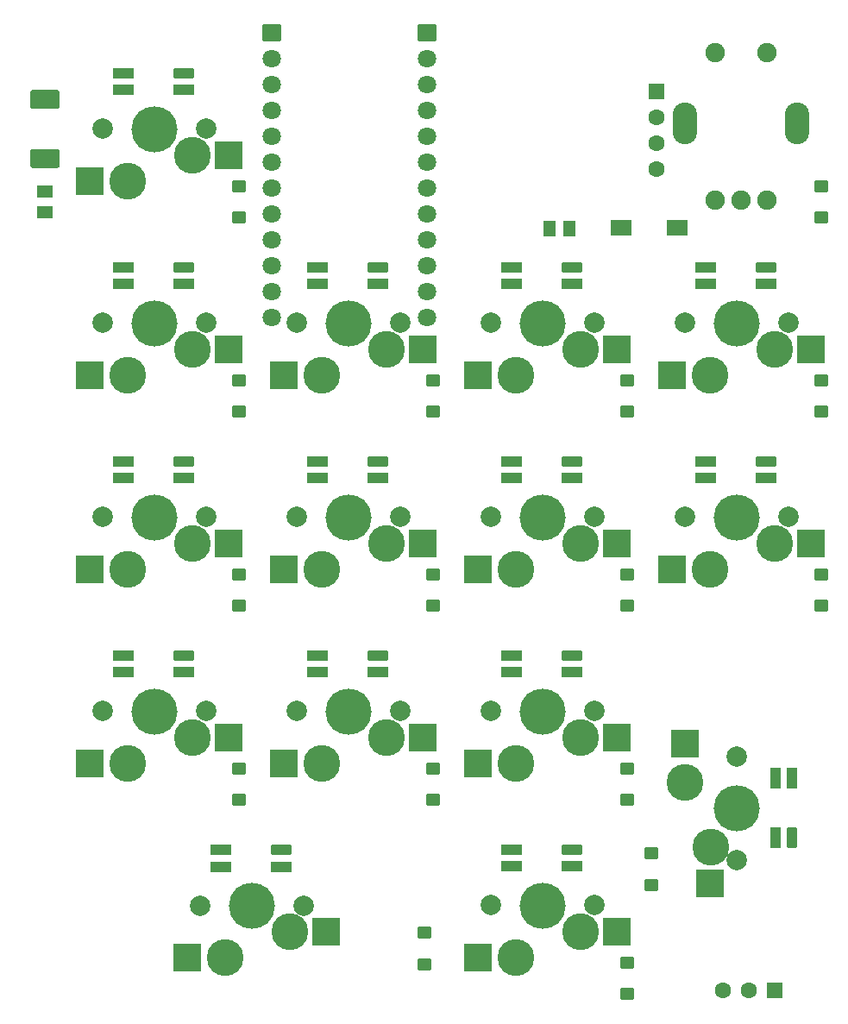
<source format=gbs>
G04 Layer: BottomSolderMaskLayer*
G04 EasyEDA v6.5.48, 2025-01-23 00:24:19*
G04 679677d7e51945128001c62092012e12,98668e1c1e3843b3a942620e40044077,10*
G04 Gerber Generator version 0.2*
G04 Scale: 100 percent, Rotated: No, Reflected: No *
G04 Dimensions in inches *
G04 leading zeros omitted , absolute positions ,3 integer and 6 decimal *
%FSLAX36Y36*%
%MOIN*%

%AMMACRO1*4,1,8,-0.0402,-0.0296,-0.0414,-0.0284,-0.0414,0.0284,-0.0402,0.0296,0.0402,0.0296,0.0414,0.0284,0.0414,-0.0284,0.0402,-0.0296,-0.0402,-0.0296,0*%
%AMMACRO2*4,1,8,-0.0231,-0.0291,-0.0243,-0.0279,-0.0243,0.0279,-0.0231,0.0291,0.0231,0.0291,0.0243,0.0279,0.0243,-0.0279,0.0231,-0.0291,-0.0231,-0.0291,0*%
%AMMACRO3*4,1,8,-0.0279,-0.0243,-0.0291,-0.0231,-0.0291,0.0231,-0.0279,0.0243,0.0279,0.0243,0.0291,0.0231,0.0291,-0.0231,0.0279,-0.0243,-0.0279,-0.0243,0*%
%AMMACRO4*4,1,8,-0.0245,-0.0217,-0.0256,-0.0205,-0.0256,0.0205,-0.0245,0.0217,0.0245,0.0217,0.0256,0.0205,0.0256,-0.0205,0.0245,-0.0217,-0.0245,-0.0217,0*%
%AMMACRO5*4,1,8,-0.0245,-0.0217,-0.0256,-0.0205,-0.0256,0.0205,-0.0245,0.0217,0.0244,0.0217,0.0256,0.0205,0.0256,-0.0205,0.0244,-0.0217,-0.0245,-0.0217,0*%
%AMMACRO6*4,1,8,-0.0303,-0.0315,-0.0315,-0.0303,-0.0315,0.0303,-0.0303,0.0315,0.0303,0.0315,0.0315,0.0303,0.0315,-0.0303,0.0303,-0.0315,-0.0303,-0.0315,0*%
%AMMACRO7*4,1,8,-0.0519,-0.0532,-0.0542,-0.0509,-0.0542,0.0509,-0.0519,0.0532,0.0519,0.0532,0.0542,0.0509,0.0542,-0.0509,0.0519,-0.0532,-0.0519,-0.0532,0*%
%AMMACRO8*4,1,8,-0.0371,-0.0188,-0.0394,-0.0164,-0.0394,0.0164,-0.0371,0.0188,0.0371,0.0188,0.0394,0.0164,0.0394,-0.0164,0.0371,-0.0188,-0.0371,-0.0188,0*%
%AMMACRO9*4,1,8,-0.0371,-0.0201,-0.0394,-0.0178,-0.0394,0.0178,-0.0371,0.0201,0.0371,0.0201,0.0394,0.0178,0.0394,-0.0178,0.0371,-0.0201,-0.0371,-0.0201,0*%
%AMMACRO10*4,1,8,-0.0509,-0.0542,-0.0532,-0.0519,-0.0532,0.0519,-0.0509,0.0542,0.0509,0.0542,0.0532,0.0519,0.0532,-0.0519,0.0509,-0.0542,-0.0509,-0.0542,0*%
%AMMACRO11*4,1,8,-0.0164,-0.0394,-0.0188,-0.0371,-0.0188,0.0371,-0.0164,0.0394,0.0164,0.0394,0.0188,0.0371,0.0188,-0.0371,0.0164,-0.0394,-0.0164,-0.0394,0*%
%AMMACRO12*4,1,8,-0.0178,-0.0394,-0.0201,-0.0371,-0.0201,0.0371,-0.0178,0.0394,0.0178,0.0394,0.0201,0.0371,0.0201,-0.0371,0.0178,-0.0394,-0.0178,-0.0394,0*%
%AMMACRO13*4,1,8,-0.0304,-0.0315,-0.0315,-0.0304,-0.0315,0.0304,-0.0304,0.0315,0.0304,0.0315,0.0315,0.0304,0.0315,-0.0304,0.0304,-0.0315,-0.0304,-0.0315,0*%
%AMMACRO14*4,1,8,-0.0343,-0.032,-0.0355,-0.0308,-0.0355,0.0308,-0.0343,0.032,0.0343,0.032,0.0355,0.0308,0.0355,-0.0308,0.0343,-0.032,-0.0343,-0.032,0*%
%ADD10MACRO1*%
%ADD11MACRO2*%
%ADD12MACRO3*%
%ADD13MACRO4*%
%ADD14MACRO5*%
%ADD15MACRO6*%
%ADD16C,0.0630*%
%ADD17MACRO7*%
%ADD18C,0.1419*%
%ADD19C,0.1780*%
%ADD20C,0.0787*%
%ADD21MACRO8*%
%ADD22MACRO9*%
%ADD23MACRO10*%
%ADD24MACRO11*%
%ADD25MACRO12*%
%ADD26MACRO13*%
%ADD27C,0.0631*%
%ADD28MACRO14*%
%ADD29C,0.0709*%
%ADD30C,0.0749*%
%ADD31O,0.094551X0.16147999999999998*%
%ADD32O,0.0171X0.16147999999999998*%

%LPD*%
D10*
G01*
X2366640Y3179929D03*
G01*
X2583315Y3180009D03*
D11*
G01*
X2168371Y3178999D03*
G01*
X2089628Y3178999D03*
D12*
G01*
X140599Y3241927D03*
G01*
X140599Y3320671D03*
D13*
G01*
X890643Y3342340D03*
G01*
X890643Y3220299D03*
D14*
G01*
X3140691Y3342340D03*
G01*
X3140691Y3220299D03*
D13*
G01*
X890643Y2592324D03*
G01*
X890643Y2470283D03*
G01*
X1640660Y2592324D03*
G01*
X1640660Y2470283D03*
G01*
X2390675Y2592324D03*
G01*
X2390675Y2470283D03*
D14*
G01*
X3140691Y2592324D03*
G01*
X3140691Y2470283D03*
D13*
G01*
X890643Y1842308D03*
G01*
X890643Y1720267D03*
G01*
X1640660Y1842308D03*
G01*
X1640660Y1720267D03*
G01*
X2390675Y1842308D03*
G01*
X2390675Y1720267D03*
D14*
G01*
X3140691Y1842308D03*
G01*
X3140691Y1720267D03*
D13*
G01*
X890643Y1092292D03*
G01*
X890643Y970251D03*
G01*
X1640660Y1092292D03*
G01*
X1640660Y970251D03*
G01*
X2390675Y1092292D03*
G01*
X2390675Y970251D03*
G01*
X2484428Y642120D03*
G01*
X2484428Y764159D03*
G01*
X1606431Y456722D03*
G01*
X1606431Y334682D03*
G01*
X2390675Y342275D03*
G01*
X2390675Y220236D03*
D15*
G01*
X2959436Y234380D03*
D16*
G01*
X2859440Y234380D03*
G01*
X2759440Y234380D03*
D17*
G01*
X312516Y1862495D03*
G01*
X851516Y1961495D03*
D18*
G01*
X461509Y1862489D03*
G01*
X711509Y1962489D03*
D19*
G01*
X562489Y2062500D03*
D20*
G01*
X762510Y2063490D03*
G01*
X362510Y2063490D03*
D21*
G01*
X676514Y2278497D03*
D22*
G01*
X676516Y2213495D03*
G01*
X444516Y2213495D03*
G01*
X444516Y2278488D03*
D17*
G01*
X1062516Y1862495D03*
G01*
X1601516Y1961495D03*
D18*
G01*
X1211509Y1862489D03*
G01*
X1461509Y1962489D03*
D19*
G01*
X1312489Y2062500D03*
D20*
G01*
X1512510Y2063490D03*
G01*
X1112510Y2063490D03*
D21*
G01*
X1426514Y2278497D03*
D22*
G01*
X1426516Y2213495D03*
G01*
X1194516Y2213495D03*
G01*
X1194516Y2278488D03*
D17*
G01*
X1812516Y1862495D03*
G01*
X2351516Y1961495D03*
D18*
G01*
X1961509Y1862489D03*
G01*
X2211509Y1962489D03*
D19*
G01*
X2062489Y2062500D03*
D20*
G01*
X2262510Y2063490D03*
G01*
X1862510Y2063490D03*
D21*
G01*
X2176514Y2278497D03*
D22*
G01*
X2176516Y2213495D03*
G01*
X1944516Y2213495D03*
G01*
X1944516Y2278488D03*
D17*
G01*
X2562615Y1862495D03*
G01*
X3101616Y1961495D03*
D18*
G01*
X2711610Y1862489D03*
G01*
X2961610Y1962489D03*
D19*
G01*
X2812590Y2062500D03*
D20*
G01*
X3012610Y2063490D03*
G01*
X2612610Y2063490D03*
D21*
G01*
X2926615Y2278497D03*
D22*
G01*
X2926616Y2213495D03*
G01*
X2694616Y2213495D03*
G01*
X2694616Y2278488D03*
D17*
G01*
X312516Y1112495D03*
G01*
X851516Y1211495D03*
D18*
G01*
X461509Y1112489D03*
G01*
X711509Y1212489D03*
D19*
G01*
X562489Y1312500D03*
D20*
G01*
X762510Y1313490D03*
G01*
X362510Y1313490D03*
D21*
G01*
X676514Y1528497D03*
D22*
G01*
X676516Y1463495D03*
G01*
X444516Y1463495D03*
G01*
X444516Y1528488D03*
D17*
G01*
X1062516Y1112495D03*
G01*
X1601516Y1211495D03*
D18*
G01*
X1211509Y1112489D03*
G01*
X1461509Y1212489D03*
D19*
G01*
X1312489Y1312500D03*
D20*
G01*
X1512510Y1313490D03*
G01*
X1112510Y1313490D03*
D21*
G01*
X1426514Y1528497D03*
D22*
G01*
X1426516Y1463495D03*
G01*
X1194516Y1463495D03*
G01*
X1194516Y1528488D03*
D17*
G01*
X1812516Y1112495D03*
G01*
X2351516Y1211495D03*
D18*
G01*
X1961509Y1112489D03*
G01*
X2211509Y1212489D03*
D19*
G01*
X2062489Y1312500D03*
D20*
G01*
X2262510Y1313490D03*
G01*
X1862510Y1313490D03*
D21*
G01*
X2176514Y1528497D03*
D22*
G01*
X2176516Y1463495D03*
G01*
X1944516Y1463495D03*
G01*
X1944516Y1528488D03*
D23*
G01*
X2612485Y1187473D03*
G01*
X2711484Y648474D03*
D18*
G01*
X2612479Y1038479D03*
G01*
X2712479Y788479D03*
D19*
G01*
X2812489Y937500D03*
D20*
G01*
X2813479Y737480D03*
G01*
X2813479Y1137480D03*
D24*
G01*
X3028487Y823475D03*
D25*
G01*
X2963485Y823474D03*
G01*
X2963485Y1055473D03*
G01*
X3028479Y1055473D03*
D17*
G01*
X689116Y361095D03*
G01*
X1228116Y460094D03*
D18*
G01*
X838109Y361089D03*
G01*
X1088109Y461089D03*
D19*
G01*
X939089Y561100D03*
D20*
G01*
X1139110Y562089D03*
G01*
X739110Y562089D03*
D21*
G01*
X1053114Y777098D03*
D22*
G01*
X1053116Y712094D03*
G01*
X821116Y712094D03*
G01*
X821116Y777089D03*
D17*
G01*
X1812516Y362495D03*
G01*
X2351516Y461494D03*
D18*
G01*
X1961509Y362489D03*
G01*
X2211509Y462489D03*
D19*
G01*
X2062489Y562500D03*
D20*
G01*
X2262510Y563490D03*
G01*
X1862510Y563490D03*
D21*
G01*
X2176514Y778497D03*
D22*
G01*
X2176516Y713495D03*
G01*
X1944516Y713495D03*
G01*
X1944516Y778488D03*
D26*
G01*
X2505000Y3707000D03*
D27*
G01*
X2505000Y3606999D03*
G01*
X2505000Y3506999D03*
G01*
X2505000Y3406999D03*
D28*
G01*
X1617999Y3935049D03*
D29*
G01*
X1618000Y3835050D03*
G01*
X1618000Y3735050D03*
G01*
X1618000Y3635050D03*
G01*
X1618000Y3535050D03*
G01*
X1618000Y3435050D03*
G01*
X1618000Y3335050D03*
G01*
X1618000Y3235050D03*
G01*
X1618000Y3135050D03*
G01*
X1618000Y3035050D03*
G01*
X1618000Y2935050D03*
G01*
X1618000Y2835050D03*
D28*
G01*
X1017999Y3935049D03*
D29*
G01*
X1018000Y3835050D03*
G01*
X1018000Y3735050D03*
G01*
X1018000Y3635050D03*
G01*
X1018000Y3535050D03*
G01*
X1018000Y3435050D03*
G01*
X1018000Y3335050D03*
G01*
X1018000Y3235050D03*
G01*
X1018000Y3135050D03*
G01*
X1018000Y3035050D03*
G01*
X1018000Y2935050D03*
G01*
X1018000Y2835050D03*
D17*
G01*
X312537Y3362571D03*
G01*
X851538Y3461571D03*
D21*
G01*
X676536Y3778574D03*
D22*
G01*
X676538Y3713570D03*
G01*
X444538Y3713570D03*
G01*
X444538Y3778564D03*
D18*
G01*
X461530Y3362570D03*
G01*
X711530Y3462570D03*
D19*
G01*
X562510Y3562579D03*
D20*
G01*
X762529Y3563569D03*
G01*
X362530Y3563569D03*
D17*
G01*
X312537Y2612555D03*
G01*
X851538Y2711555D03*
D21*
G01*
X676536Y3028558D03*
D22*
G01*
X676538Y2963555D03*
G01*
X444538Y2963555D03*
G01*
X444538Y3028549D03*
D18*
G01*
X461530Y2612550D03*
G01*
X711530Y2712550D03*
D19*
G01*
X562510Y2812559D03*
D20*
G01*
X762529Y2813550D03*
G01*
X362530Y2813550D03*
D17*
G01*
X1062554Y2612555D03*
G01*
X1601553Y2711555D03*
D21*
G01*
X1426553Y3028558D03*
D22*
G01*
X1426553Y2963555D03*
G01*
X1194553Y2963555D03*
G01*
X1194553Y3028549D03*
D18*
G01*
X1211549Y2612550D03*
G01*
X1461549Y2712550D03*
D19*
G01*
X1312529Y2812559D03*
D20*
G01*
X1512550Y2813550D03*
G01*
X1112550Y2813550D03*
D17*
G01*
X1812570Y2612555D03*
G01*
X2351570Y2711555D03*
D21*
G01*
X2176568Y3028558D03*
D22*
G01*
X2176570Y2963555D03*
G01*
X1944570Y2963555D03*
G01*
X1944570Y3028549D03*
D18*
G01*
X1961559Y2612550D03*
G01*
X2211559Y2712550D03*
D19*
G01*
X2062539Y2812559D03*
D20*
G01*
X2262560Y2813550D03*
G01*
X1862560Y2813550D03*
D17*
G01*
X2562586Y2612555D03*
G01*
X3101585Y2711555D03*
D21*
G01*
X2926585Y3028558D03*
D22*
G01*
X2926585Y2963555D03*
G01*
X2694585Y2963555D03*
G01*
X2694585Y3028549D03*
D18*
G01*
X2711580Y2612550D03*
G01*
X2961580Y2712550D03*
D19*
G01*
X2812560Y2812559D03*
D20*
G01*
X3012579Y2813550D03*
G01*
X2612579Y2813550D03*
G36*
X93384Y3640185D02*
G01*
X93121Y3640194D01*
X92467Y3640237D01*
X91954Y3640304D01*
X91313Y3640432D01*
X90799Y3640569D01*
X90180Y3640781D01*
X89704Y3640978D01*
X89117Y3641266D01*
X88663Y3641529D01*
X88119Y3641891D01*
X87703Y3642210D01*
X87211Y3642640D01*
X86838Y3643013D01*
X86408Y3643506D01*
X86089Y3643921D01*
X85727Y3644466D01*
X85464Y3644919D01*
X85176Y3645506D01*
X84978Y3645981D01*
X84767Y3646601D01*
X84630Y3647114D01*
X84502Y3647755D01*
X84436Y3648270D01*
X84393Y3648923D01*
X84384Y3649185D01*
X84384Y3704304D01*
X84393Y3704567D01*
X84436Y3705219D01*
X84502Y3705734D01*
X84630Y3706374D01*
X84767Y3706889D01*
X84978Y3707507D01*
X85176Y3707984D01*
X85464Y3708571D01*
X85727Y3709023D01*
X86089Y3709567D01*
X86408Y3709983D01*
X86838Y3710475D01*
X87211Y3710848D01*
X87703Y3711280D01*
X88119Y3711597D01*
X88663Y3711961D01*
X89117Y3712222D01*
X89704Y3712512D01*
X90180Y3712709D01*
X90799Y3712919D01*
X91313Y3713058D01*
X91954Y3713184D01*
X92467Y3713252D01*
X93121Y3713294D01*
X93384Y3713303D01*
X187872Y3713303D01*
X188135Y3713294D01*
X188787Y3713252D01*
X189301Y3713184D01*
X189942Y3713058D01*
X190457Y3712919D01*
X191075Y3712709D01*
X191552Y3712512D01*
X192139Y3712222D01*
X192591Y3711961D01*
X193135Y3711597D01*
X193551Y3711280D01*
X194043Y3710848D01*
X194416Y3710475D01*
X194848Y3709983D01*
X195165Y3709567D01*
X195529Y3709023D01*
X195790Y3708571D01*
X196080Y3707984D01*
X196277Y3707507D01*
X196487Y3706889D01*
X196626Y3706374D01*
X196752Y3705734D01*
X196819Y3705219D01*
X196862Y3704567D01*
X196871Y3704304D01*
X196871Y3649185D01*
X196862Y3648923D01*
X196819Y3648270D01*
X196752Y3647755D01*
X196626Y3647114D01*
X196487Y3646601D01*
X196277Y3645981D01*
X196080Y3645506D01*
X195790Y3644919D01*
X195529Y3644466D01*
X195165Y3643921D01*
X194848Y3643506D01*
X194416Y3643013D01*
X194043Y3642640D01*
X193551Y3642210D01*
X193135Y3641891D01*
X192591Y3641529D01*
X192139Y3641266D01*
X191552Y3640978D01*
X191075Y3640781D01*
X190457Y3640569D01*
X189942Y3640432D01*
X189301Y3640304D01*
X188787Y3640237D01*
X188135Y3640194D01*
X187872Y3640185D01*
G37*
G36*
X93384Y3411848D02*
G01*
X93121Y3411857D01*
X92467Y3411900D01*
X91954Y3411966D01*
X91313Y3412094D01*
X90799Y3412231D01*
X90180Y3412442D01*
X89704Y3412640D01*
X89117Y3412928D01*
X88663Y3413191D01*
X88119Y3413553D01*
X87703Y3413872D01*
X87211Y3414303D01*
X86838Y3414675D01*
X86408Y3415167D01*
X86089Y3415583D01*
X85727Y3416127D01*
X85464Y3416581D01*
X85176Y3417168D01*
X84978Y3417644D01*
X84767Y3418263D01*
X84630Y3418777D01*
X84502Y3419418D01*
X84436Y3419931D01*
X84393Y3420585D01*
X84384Y3420848D01*
X84384Y3475965D01*
X84393Y3476228D01*
X84436Y3476882D01*
X84502Y3477395D01*
X84630Y3478036D01*
X84767Y3478551D01*
X84978Y3479169D01*
X85176Y3479645D01*
X85464Y3480232D01*
X85727Y3480686D01*
X86089Y3481230D01*
X86408Y3481646D01*
X86838Y3482138D01*
X87211Y3482510D01*
X87703Y3482941D01*
X88119Y3483260D01*
X88663Y3483622D01*
X89117Y3483885D01*
X89704Y3484173D01*
X90180Y3484371D01*
X90799Y3484582D01*
X91313Y3484720D01*
X91954Y3484846D01*
X92467Y3484913D01*
X93121Y3484956D01*
X93384Y3484965D01*
X187872Y3484965D01*
X188135Y3484956D01*
X188787Y3484913D01*
X189301Y3484846D01*
X189942Y3484720D01*
X190457Y3484582D01*
X191075Y3484371D01*
X191552Y3484173D01*
X192139Y3483885D01*
X192591Y3483622D01*
X193135Y3483260D01*
X193551Y3482941D01*
X194043Y3482510D01*
X194416Y3482138D01*
X194848Y3481646D01*
X195165Y3481230D01*
X195529Y3480686D01*
X195790Y3480232D01*
X196080Y3479645D01*
X196277Y3479169D01*
X196487Y3478551D01*
X196626Y3478036D01*
X196752Y3477395D01*
X196819Y3476882D01*
X196862Y3476228D01*
X196871Y3475965D01*
X196871Y3420848D01*
X196862Y3420585D01*
X196819Y3419931D01*
X196752Y3419418D01*
X196626Y3418777D01*
X196487Y3418263D01*
X196277Y3417644D01*
X196080Y3417168D01*
X195790Y3416581D01*
X195529Y3416127D01*
X195165Y3415583D01*
X194848Y3415167D01*
X194416Y3414675D01*
X194043Y3414303D01*
X193551Y3413872D01*
X193135Y3413553D01*
X192591Y3413191D01*
X192139Y3412928D01*
X191552Y3412640D01*
X191075Y3412442D01*
X190457Y3412231D01*
X189942Y3412094D01*
X189301Y3411966D01*
X188787Y3411900D01*
X188135Y3411857D01*
X187872Y3411848D01*
G37*
D30*
G01*
X2728969Y3287689D03*
G01*
X2828969Y3287689D03*
G01*
X2928969Y3287689D03*
G01*
X2728969Y3858560D03*
G01*
X2928969Y3858560D03*
D31*
G01*
X3045510Y3582970D03*
G01*
X2612439Y3582970D03*
M02*

</source>
